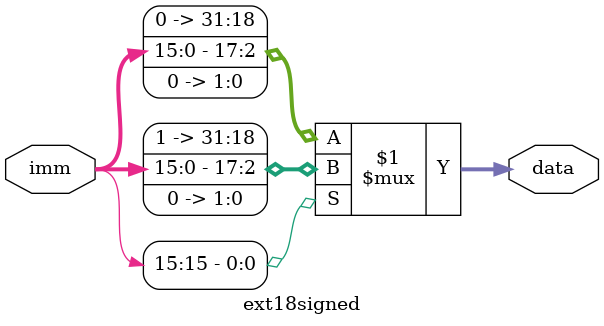
<source format=v>
`timescale 1ns / 1ps

//½øÐÐ18Î»ÓÐ·ûºÅÍØÕ¹
module ext18signed(
    input [15:0] imm,
    output [31:0] data
    );
assign data = imm[15]? {14'b11111111111111,imm,2'b0}:{ 14'b0,imm,2'b0};
endmodule

</source>
